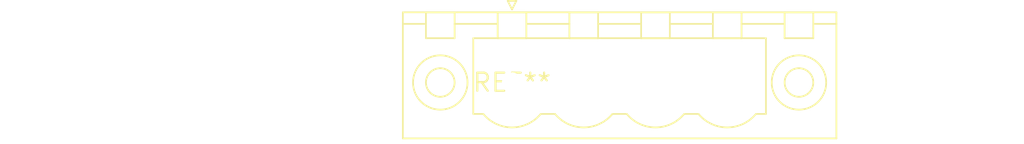
<source format=kicad_pcb>
(kicad_pcb (version 20240108) (generator pcbnew)
  (layers (0 "F.Cu" signal) (31 "B.Cu" signal) (34 "B.Paste" user) (35 "F.Paste" user) (36 "B.SilkS" user "B.Silkscreen") (37 "F.SilkS" user "F.Silkscreen") (38 "B.Mask" user) (39 "F.Mask" user) (44 "Edge.Cuts" user))
  (net 0 "")
  (footprint "PhoenixContact_MSTBV_2,5_4-GF_1x04_P5.00mm_Vertical_ThreadedFlange" (layer "F.Cu") (at 0 0)
    (property "Reference" "REF**")
    (property "Value" "PhoenixContact_MSTBV_2,5_4-GF_1x04_P5.00mm_Vertical_ThreadedFlange")
    (fp_line (start -7.61 -4.91) (end -7.61 3.91) (layer "F.SilkS") (stroke (width 0.12)))
    (fp_line (start -7.61 -4.1) (end -6.11 -4.1) (layer "F.SilkS") (stroke (width 0.12)))
    (fp_line (start -7.61 3.91) (end 22.61 3.91) (layer "F.SilkS") (stroke (width 0.12)))
    (fp_line (start -6 -4.91) (end -4 -4.91) (layer "F.SilkS") (stroke (width 0.12)))
    (fp_line (start -6 -3.1) (end -6 -4.91) (layer "F.SilkS") (stroke (width 0.12)))
    (fp_line (start -4 -4.91) (end -4 -3.1) (layer "F.SilkS") (stroke (width 0.12)))
    (fp_line (start -4 -4.1) (end -1 -4.1) (layer "F.SilkS") (stroke (width 0.12)))
    (fp_line (start -4 -3.1) (end -6 -3.1) (layer "F.SilkS") (stroke (width 0.12)))
    (fp_line (start -2.7 -3.1) (end 17.7 -3.1) (layer "F.SilkS") (stroke (width 0.12)))
    (fp_line (start -2.7 2.2) (end -2.7 -3.1) (layer "F.SilkS") (stroke (width 0.12)))
    (fp_line (start -2 2.2) (end -2.7 2.2) (layer "F.SilkS") (stroke (width 0.12)))
    (fp_line (start -1 -4.91) (end 1 -4.91) (layer "F.SilkS") (stroke (width 0.12)))
    (fp_line (start -1 -3.1) (end -1 -4.91) (layer "F.SilkS") (stroke (width 0.12)))
    (fp_line (start -0.3 -5.71) (end 0.3 -5.71) (layer "F.SilkS") (stroke (width 0.12)))
    (fp_line (start 0 -5.11) (end -0.3 -5.71) (layer "F.SilkS") (stroke (width 0.12)))
    (fp_line (start 0.3 -5.71) (end 0 -5.11) (layer "F.SilkS") (stroke (width 0.12)))
    (fp_line (start 1 -4.91) (end 1 -3.1) (layer "F.SilkS") (stroke (width 0.12)))
    (fp_line (start 1 -4.1) (end 4 -4.1) (layer "F.SilkS") (stroke (width 0.12)))
    (fp_line (start 1 -3.1) (end -1 -3.1) (layer "F.SilkS") (stroke (width 0.12)))
    (fp_line (start 2 2.2) (end 3 2.2) (layer "F.SilkS") (stroke (width 0.12)))
    (fp_line (start 4 -4.91) (end 6 -4.91) (layer "F.SilkS") (stroke (width 0.12)))
    (fp_line (start 4 -3.1) (end 4 -4.91) (layer "F.SilkS") (stroke (width 0.12)))
    (fp_line (start 6 -4.91) (end 6 -3.1) (layer "F.SilkS") (stroke (width 0.12)))
    (fp_line (start 6 -4.1) (end 9 -4.1) (layer "F.SilkS") (stroke (width 0.12)))
    (fp_line (start 6 -3.1) (end 4 -3.1) (layer "F.SilkS") (stroke (width 0.12)))
    (fp_line (start 7 2.2) (end 8 2.2) (layer "F.SilkS") (stroke (width 0.12)))
    (fp_line (start 9 -4.91) (end 11 -4.91) (layer "F.SilkS") (stroke (width 0.12)))
    (fp_line (start 9 -3.1) (end 9 -4.91) (layer "F.SilkS") (stroke (width 0.12)))
    (fp_line (start 11 -4.91) (end 11 -3.1) (layer "F.SilkS") (stroke (width 0.12)))
    (fp_line (start 11 -4.1) (end 14 -4.1) (layer "F.SilkS") (stroke (width 0.12)))
    (fp_line (start 11 -3.1) (end 9 -3.1) (layer "F.SilkS") (stroke (width 0.12)))
    (fp_line (start 12 2.2) (end 13 2.2) (layer "F.SilkS") (stroke (width 0.12)))
    (fp_line (start 14 -4.91) (end 16 -4.91) (layer "F.SilkS") (stroke (width 0.12)))
    (fp_line (start 14 -3.1) (end 14 -4.91) (layer "F.SilkS") (stroke (width 0.12)))
    (fp_line (start 16 -4.91) (end 16 -3.1) (layer "F.SilkS") (stroke (width 0.12)))
    (fp_line (start 16 -4.1) (end 19 -4.1) (layer "F.SilkS") (stroke (width 0.12)))
    (fp_line (start 16 -3.1) (end 14 -3.1) (layer "F.SilkS") (stroke (width 0.12)))
    (fp_line (start 17.7 -3.1) (end 17.7 2.2) (layer "F.SilkS") (stroke (width 0.12)))
    (fp_line (start 17.7 2.2) (end 17 2.2) (layer "F.SilkS") (stroke (width 0.12)))
    (fp_line (start 19 -4.91) (end 21 -4.91) (layer "F.SilkS") (stroke (width 0.12)))
    (fp_line (start 19 -3.1) (end 19 -4.91) (layer "F.SilkS") (stroke (width 0.12)))
    (fp_line (start 21 -4.91) (end 21 -3.1) (layer "F.SilkS") (stroke (width 0.12)))
    (fp_line (start 21 -3.1) (end 19 -3.1) (layer "F.SilkS") (stroke (width 0.12)))
    (fp_line (start 22.61 -4.91) (end -7.61 -4.91) (layer "F.SilkS") (stroke (width 0.12)))
    (fp_line (start 22.61 -4.1) (end 21.11 -4.1) (layer "F.SilkS") (stroke (width 0.12)))
    (fp_line (start 22.61 3.91) (end 22.61 -4.91) (layer "F.SilkS") (stroke (width 0.12)))
    (fp_arc (start 1.986842 2.215821) (mid -0.010289 3.142758) (end -2 2.2) (layer "F.SilkS") (stroke (width 0.12)))
    (fp_arc (start 6.986842 2.215821) (mid 4.989711 3.142758) (end 3 2.2) (layer "F.SilkS") (stroke (width 0.12)))
    (fp_arc (start 11.986842 2.215821) (mid 9.989711 3.142758) (end 8 2.2) (layer "F.SilkS") (stroke (width 0.12)))
    (fp_arc (start 16.986842 2.215821) (mid 14.989711 3.142758) (end 13 2.2) (layer "F.SilkS") (stroke (width 0.12)))
    (fp_circle (center -5 0) (end -4 0) (layer "F.SilkS") (stroke (width 0.12)) (fill none))
    (fp_circle (center -5 0) (end -3.1 0) (layer "F.SilkS") (stroke (width 0.12)) (fill none))
    (fp_circle (center 20 0) (end 21 0) (layer "F.SilkS") (stroke (width 0.12)) (fill none))
    (fp_circle (center 20 0) (end 21.9 0) (layer "F.SilkS") (stroke (width 0.12)) (fill none))
    (pad "1" thru_hole roundrect (at 0 0) (size 2 3.6) (drill 1.4) (layers *.Cu *.Mask) (remove_unused_layers) (roundrect_rratio 0.125))
    (pad "2" thru_hole oval (at 5 0) (size 2 3.6) (drill 1.4) (layers *.Cu *.Mask) (remove_unused_layers))
    (pad "3" thru_hole oval (at 10 0) (size 2 3.6) (drill 1.4) (layers *.Cu *.Mask) (remove_unused_layers))
    (pad "4" thru_hole oval (at 15 0) (size 2 3.6) (drill 1.4) (layers *.Cu *.Mask) (remove_unused_layers))
  )
)
</source>
